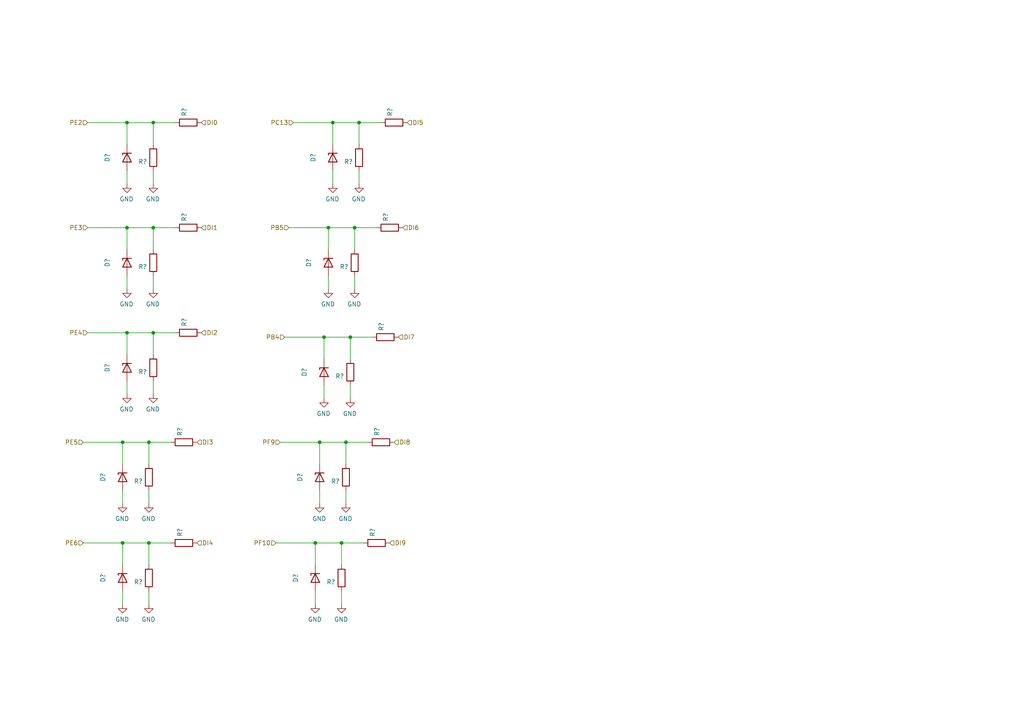
<source format=kicad_sch>
(kicad_sch (version 20211123) (generator eeschema)
  (paper "A4")
  (lib_symbols
    (symbol "DAC-ADC-PWM-IO-rescue:BZX84Cxx-Diode" (pin_numbers hide) (pin_names (offset 1.016) hide)
      (property "Reference" "D" (at 0 2.54 0))
      (property "Value" "BZX84Cxx-Diode" (at 0 -2.54 0))
      (symbol "BZX84Cxx-Diode_0_1"
        (polyline (pts (xy 1.27 0) (xy -1.27 0)))
        (polyline (pts (xy -1.27 -1.27) (xy -1.27 1.27) (xy -0.762 1.27)) (stroke (width 0.254)))
        (polyline (pts (xy 1.27 -1.27) (xy 1.27 1.27) (xy -1.27 0) (xy 1.27 -1.27)) (stroke (width 0.254)))
      )
      (symbol "BZX84Cxx-Diode_1_1"
        (pin passive line (at -3.81 0 0) (length 2.54) (name "K") (number "1"))
        (pin passive line (at 3.81 0 180) (length 2.54) (name "A") (number "2"))
      )
    )
    (symbol "Device:R" (pin_numbers hide) (pin_names (offset 0))
      (property "Reference" "R" (at 2.032 0 90))
      (property "Value" "R" (at 0 0 90))
      (symbol "R_0_1"
        (rectangle (start -1.016 -2.54) (end 1.016 2.54) (stroke (width 0.254)))
      )
      (symbol "R_1_1"
        (pin passive line (at 0 3.81 270) (length 1.27) (name "~") (number "1"))
        (pin passive line (at 0 -3.81 90) (length 1.27) (name "~") (number "2"))
      )
    )
    (symbol "power:GND" (power) (pin_names (offset 0))
      (property "Value" "GND" (at 0 -3.81 0))
      (symbol "GND_0_1"
        (polyline (pts (xy 0 0) (xy 0 -1.27) (xy 1.27 -1.27) (xy 0 -2.54) (xy -1.27 -1.27) (xy 0 -1.27)))
      )
      (symbol "GND_1_1"
        (pin power_in line (at 0 0 270) (length 0) hide (name "GND") (number "1"))
      )
    )
  )
  (junction (at 99.06 157.48))
  (junction (at 93.98 97.79))
  (junction (at 36.83 66.04))
  (junction (at 36.83 96.52))
  (junction (at 95.25 66.04))
  (junction (at 44.45 96.52))
  (junction (at 101.6 97.79))
  (junction (at 104.14 35.56))
  (junction (at 44.45 35.56))
  (junction (at 91.44 157.48))
  (junction (at 96.52 35.56))
  (junction (at 102.87 66.04))
  (junction (at 36.83 35.56))
  (junction (at 92.71 128.27))
  (junction (at 35.56 157.48))
  (junction (at 43.18 128.27))
  (junction (at 44.45 66.04))
  (junction (at 100.33 128.27))
  (junction (at 43.18 157.48))
  (junction (at 35.56 128.27))
  (wire (pts (xy 35.56 146.05) (xy 35.56 142.24)))
  (wire (pts (xy 102.87 72.39) (xy 102.87 66.04)))
  (wire (pts (xy 35.56 175.26) (xy 35.56 171.45)))
  (wire (pts (xy 101.6 104.14) (xy 101.6 97.79)))
  (wire (pts (xy 44.45 49.53) (xy 44.45 53.34)))
  (wire (pts (xy 99.06 157.48) (xy 91.44 157.48)))
  (wire (pts (xy 43.18 142.24) (xy 43.18 146.05)))
  (wire (pts (xy 106.68 128.27) (xy 100.33 128.27)))
  (wire (pts (xy 50.8 35.56) (xy 44.45 35.56)))
  (wire (pts (xy 99.06 163.83) (xy 99.06 157.48)))
  (wire (pts (xy 50.8 66.04) (xy 44.45 66.04)))
  (wire (pts (xy 93.98 115.57) (xy 93.98 111.76)))
  (wire (pts (xy 49.53 157.48) (xy 43.18 157.48)))
  (wire (pts (xy 96.52 53.34) (xy 96.52 49.53)))
  (wire (pts (xy 93.98 97.79) (xy 82.55 97.79)))
  (wire (pts (xy 95.25 83.82) (xy 95.25 80.01)))
  (wire (pts (xy 36.83 83.82) (xy 36.83 80.01)))
  (wire (pts (xy 95.25 66.04) (xy 83.82 66.04)))
  (wire (pts (xy 43.18 128.27) (xy 35.56 128.27)))
  (wire (pts (xy 36.83 96.52) (xy 36.83 102.87)))
  (wire (pts (xy 93.98 97.79) (xy 93.98 104.14)))
  (wire (pts (xy 96.52 35.56) (xy 96.52 41.91)))
  (wire (pts (xy 44.45 110.49) (xy 44.45 114.3)))
  (wire (pts (xy 101.6 111.76) (xy 101.6 115.57)))
  (wire (pts (xy 36.83 53.34) (xy 36.83 49.53)))
  (wire (pts (xy 43.18 163.83) (xy 43.18 157.48)))
  (wire (pts (xy 36.83 35.56) (xy 36.83 41.91)))
  (wire (pts (xy 44.45 35.56) (xy 36.83 35.56)))
  (wire (pts (xy 44.45 80.01) (xy 44.45 83.82)))
  (wire (pts (xy 104.14 41.91) (xy 104.14 35.56)))
  (wire (pts (xy 101.6 97.79) (xy 93.98 97.79)))
  (wire (pts (xy 92.71 146.05) (xy 92.71 142.24)))
  (wire (pts (xy 100.33 134.62) (xy 100.33 128.27)))
  (wire (pts (xy 44.45 72.39) (xy 44.45 66.04)))
  (wire (pts (xy 35.56 157.48) (xy 24.13 157.48)))
  (wire (pts (xy 43.18 171.45) (xy 43.18 175.26)))
  (wire (pts (xy 44.45 102.87) (xy 44.45 96.52)))
  (wire (pts (xy 35.56 128.27) (xy 24.13 128.27)))
  (wire (pts (xy 50.8 96.52) (xy 44.45 96.52)))
  (wire (pts (xy 35.56 128.27) (xy 35.56 134.62)))
  (wire (pts (xy 100.33 128.27) (xy 92.71 128.27)))
  (wire (pts (xy 36.83 96.52) (xy 25.4 96.52)))
  (wire (pts (xy 44.45 41.91) (xy 44.45 35.56)))
  (wire (pts (xy 91.44 157.48) (xy 91.44 163.83)))
  (wire (pts (xy 44.45 66.04) (xy 36.83 66.04)))
  (wire (pts (xy 109.22 66.04) (xy 102.87 66.04)))
  (wire (pts (xy 91.44 157.48) (xy 80.01 157.48)))
  (wire (pts (xy 102.87 66.04) (xy 95.25 66.04)))
  (wire (pts (xy 92.71 128.27) (xy 92.71 134.62)))
  (wire (pts (xy 110.49 35.56) (xy 104.14 35.56)))
  (wire (pts (xy 104.14 35.56) (xy 96.52 35.56)))
  (wire (pts (xy 92.71 128.27) (xy 81.28 128.27)))
  (wire (pts (xy 91.44 175.26) (xy 91.44 171.45)))
  (wire (pts (xy 43.18 134.62) (xy 43.18 128.27)))
  (wire (pts (xy 102.87 80.01) (xy 102.87 83.82)))
  (wire (pts (xy 44.45 96.52) (xy 36.83 96.52)))
  (wire (pts (xy 105.41 157.48) (xy 99.06 157.48)))
  (wire (pts (xy 35.56 157.48) (xy 35.56 163.83)))
  (wire (pts (xy 104.14 49.53) (xy 104.14 53.34)))
  (wire (pts (xy 36.83 114.3) (xy 36.83 110.49)))
  (wire (pts (xy 100.33 142.24) (xy 100.33 146.05)))
  (wire (pts (xy 36.83 35.56) (xy 25.4 35.56)))
  (wire (pts (xy 36.83 66.04) (xy 36.83 72.39)))
  (wire (pts (xy 49.53 128.27) (xy 43.18 128.27)))
  (wire (pts (xy 96.52 35.56) (xy 85.09 35.56)))
  (wire (pts (xy 36.83 66.04) (xy 25.4 66.04)))
  (wire (pts (xy 107.95 97.79) (xy 101.6 97.79)))
  (wire (pts (xy 95.25 66.04) (xy 95.25 72.39)))
  (wire (pts (xy 43.18 157.48) (xy 35.56 157.48)))
  (wire (pts (xy 99.06 171.45) (xy 99.06 175.26)))
  (hierarchical_label "PF9" (shape input) (at 81.28 128.27 180))
  (hierarchical_label "PB4" (shape input) (at 82.55 97.79 180))
  (hierarchical_label "DI1" (shape input) (at 58.42 66.04 0))
  (hierarchical_label "PC13" (shape input) (at 85.09 35.56 180))
  (hierarchical_label "DI9" (shape input) (at 113.03 157.48 0))
  (hierarchical_label "DI8" (shape input) (at 114.3 128.27 0))
  (hierarchical_label "DI2" (shape input) (at 58.42 96.52 0))
  (hierarchical_label "DI7" (shape input) (at 115.57 97.79 0))
  (hierarchical_label "DI5" (shape input) (at 118.11 35.56 0))
  (hierarchical_label "PF10" (shape input) (at 80.01 157.48 180))
  (hierarchical_label "PE3" (shape input) (at 25.4 66.04 180))
  (hierarchical_label "PE2" (shape input) (at 25.4 35.56 180))
  (hierarchical_label "PE5" (shape input) (at 24.13 128.27 180))
  (hierarchical_label "DI0" (shape input) (at 58.42 35.56 0))
  (hierarchical_label "PB5" (shape input) (at 83.82 66.04 180))
  (hierarchical_label "PE6" (shape input) (at 24.13 157.48 180))
  (hierarchical_label "PE4" (shape input) (at 25.4 96.52 180))
  (hierarchical_label "DI3" (shape input) (at 57.15 128.27 0))
  (hierarchical_label "DI4" (shape input) (at 57.15 157.48 0))
  (hierarchical_label "DI6" (shape input) (at 116.84 66.04 0))
  (symbol (lib_id "Device:R") (at 54.61 35.56 90) (unit 1)
    (property "Reference" "R?" (at 53.4416 33.782 0) (effects (justify left)))
    (property "Datasheet" "791-WR06X103JTL" (effects hide))
    (property "LCSC" "C25804" (effects hide))
    (property "Comment" "Mouser" (effects hide))
  )
  (symbol (lib_id "power:GND") (at 36.83 53.34 0) (mirror y) (unit 1)
    (property "Reference" "#PWR?" (effects hide))
  )
  (symbol (lib_id "DAC-ADC-PWM-IO-rescue:BZX84Cxx-Diode") (at 36.83 45.72 90) (mirror x) (unit 1)
    (property "Reference" "D?" (at 31.115 45.72 0))
    (property "Datasheet" "863-BZX84C3V6LT1G" (effects hide))
    (property "LCSC" "C118564" (effects hide))
    (property "Comment" "Köp in lite" (effects hide))
  )
  (symbol (lib_id "Device:R") (at 44.45 45.72 180) (unit 1)
    (property "Reference" "R?" (at 42.672 46.8884 0) (effects (justify left)))
    (property "Datasheet" "791-WR06X103JTL" (effects hide))
    (property "LCSC" "C25804" (effects hide))
    (property "Comment" "Mouser" (effects hide))
  )
  (symbol (lib_id "power:GND") (at 44.45 53.34 0) (mirror y) (unit 1)
    (property "Reference" "#PWR?" (effects hide))
  )
  (symbol (lib_id "power:GND") (at 36.83 83.82 0) (mirror y) (unit 1)
    (property "Reference" "#PWR?" (effects hide))
  )
  (symbol (lib_id "DAC-ADC-PWM-IO-rescue:BZX84Cxx-Diode") (at 36.83 76.2 90) (mirror x) (unit 1)
    (property "Reference" "D?" (at 31.115 76.2 0))
    (property "Datasheet" "863-BZX84C3V6LT1G" (effects hide))
    (property "LCSC" "C118564" (effects hide))
    (property "Comment" "Köp in lite" (effects hide))
  )
  (symbol (lib_id "Device:R") (at 44.45 76.2 180) (unit 1)
    (property "Reference" "R?" (at 42.672 77.3684 0) (effects (justify left)))
    (property "Datasheet" "791-WR06X103JTL" (effects hide))
    (property "LCSC" "C25804" (effects hide))
    (property "Comment" "Mouser" (effects hide))
  )
  (symbol (lib_id "power:GND") (at 44.45 83.82 0) (mirror y) (unit 1)
    (property "Reference" "#PWR?" (effects hide))
  )
  (symbol (lib_id "Device:R") (at 54.61 66.04 90) (unit 1)
    (property "Reference" "R?" (at 53.4416 64.262 0) (effects (justify left)))
    (property "Datasheet" "791-WR06X103JTL" (effects hide))
    (property "LCSC" "C25804" (effects hide))
    (property "Comment" "Mouser" (effects hide))
  )
  (symbol (lib_id "power:GND") (at 36.83 114.3 0) (mirror y) (unit 1)
    (property "Reference" "#PWR?" (effects hide))
  )
  (symbol (lib_id "DAC-ADC-PWM-IO-rescue:BZX84Cxx-Diode") (at 36.83 106.68 90) (mirror x) (unit 1)
    (property "Reference" "D?" (at 31.115 106.68 0))
    (property "Datasheet" "863-BZX84C3V6LT1G" (effects hide))
    (property "LCSC" "C118564" (effects hide))
    (property "Comment" "Köp in lite" (effects hide))
  )
  (symbol (lib_id "Device:R") (at 44.45 106.68 180) (unit 1)
    (property "Reference" "R?" (at 42.672 107.8484 0) (effects (justify left)))
    (property "Datasheet" "791-WR06X103JTL" (effects hide))
    (property "LCSC" "C25804" (effects hide))
    (property "Comment" "Mouser" (effects hide))
  )
  (symbol (lib_id "power:GND") (at 44.45 114.3 0) (mirror y) (unit 1)
    (property "Reference" "#PWR?" (effects hide))
  )
  (symbol (lib_id "Device:R") (at 54.61 96.52 90) (unit 1)
    (property "Reference" "R?" (at 53.4416 94.742 0) (effects (justify left)))
    (property "Datasheet" "791-WR06X103JTL" (effects hide))
    (property "LCSC" "C25804" (effects hide))
    (property "Comment" "Mouser" (effects hide))
  )
  (symbol (lib_id "power:GND") (at 35.56 146.05 0) (mirror y) (unit 1)
    (property "Reference" "#PWR?" (effects hide))
  )
  (symbol (lib_id "DAC-ADC-PWM-IO-rescue:BZX84Cxx-Diode") (at 35.56 138.43 90) (mirror x) (unit 1)
    (property "Reference" "D?" (at 29.845 138.43 0))
    (property "Datasheet" "863-BZX84C3V6LT1G" (effects hide))
    (property "LCSC" "C118564" (effects hide))
    (property "Comment" "Köp in lite" (effects hide))
  )
  (symbol (lib_id "Device:R") (at 43.18 138.43 180) (unit 1)
    (property "Reference" "R?" (at 41.402 139.5984 0) (effects (justify left)))
    (property "Datasheet" "791-WR06X103JTL" (effects hide))
    (property "LCSC" "C25804" (effects hide))
    (property "Comment" "Mouser" (effects hide))
  )
  (symbol (lib_id "power:GND") (at 43.18 146.05 0) (mirror y) (unit 1)
    (property "Reference" "#PWR?" (effects hide))
  )
  (symbol (lib_id "Device:R") (at 53.34 128.27 90) (unit 1)
    (property "Reference" "R?" (at 52.1716 126.492 0) (effects (justify left)))
    (property "Datasheet" "791-WR06X103JTL" (effects hide))
    (property "LCSC" "C25804" (effects hide))
    (property "Comment" "Mouser" (effects hide))
  )
  (symbol (lib_id "power:GND") (at 35.56 175.26 0) (mirror y) (unit 1)
    (property "Reference" "#PWR?" (effects hide))
  )
  (symbol (lib_id "DAC-ADC-PWM-IO-rescue:BZX84Cxx-Diode") (at 35.56 167.64 90) (mirror x) (unit 1)
    (property "Reference" "D?" (at 29.845 167.64 0))
    (property "Datasheet" "863-BZX84C3V6LT1G" (effects hide))
    (property "LCSC" "C118564" (effects hide))
    (property "Comment" "Köp in lite" (effects hide))
  )
  (symbol (lib_id "Device:R") (at 43.18 167.64 180) (unit 1)
    (property "Reference" "R?" (at 41.402 168.8084 0) (effects (justify left)))
    (property "Datasheet" "791-WR06X103JTL" (effects hide))
    (property "LCSC" "C25804" (effects hide))
    (property "Comment" "Mouser" (effects hide))
  )
  (symbol (lib_id "power:GND") (at 43.18 175.26 0) (mirror y) (unit 1)
    (property "Reference" "#PWR?" (effects hide))
  )
  (symbol (lib_id "Device:R") (at 53.34 157.48 90) (unit 1)
    (property "Reference" "R?" (at 52.1716 155.702 0) (effects (justify left)))
    (property "Datasheet" "791-WR06X103JTL" (effects hide))
    (property "LCSC" "C25804" (effects hide))
    (property "Comment" "Mouser" (effects hide))
  )
  (symbol (lib_id "power:GND") (at 96.52 53.34 0) (mirror y) (unit 1)
    (property "Reference" "#PWR?" (effects hide))
  )
  (symbol (lib_id "DAC-ADC-PWM-IO-rescue:BZX84Cxx-Diode") (at 96.52 45.72 90) (mirror x) (unit 1)
    (property "Reference" "D?" (at 90.805 45.72 0))
    (property "Datasheet" "863-BZX84C3V6LT1G" (effects hide))
    (property "LCSC" "C118564" (effects hide))
    (property "Comment" "Köp in lite" (effects hide))
  )
  (symbol (lib_id "Device:R") (at 104.14 45.72 180) (unit 1)
    (property "Reference" "R?" (at 102.362 46.8884 0) (effects (justify left)))
    (property "Datasheet" "791-WR06X103JTL" (effects hide))
    (property "LCSC" "C25804" (effects hide))
    (property "Comment" "Mouser" (effects hide))
  )
  (symbol (lib_id "power:GND") (at 104.14 53.34 0) (mirror y) (unit 1)
    (property "Reference" "#PWR?" (effects hide))
  )
  (symbol (lib_id "Device:R") (at 114.3 35.56 90) (unit 1)
    (property "Reference" "R?" (at 113.1316 33.782 0) (effects (justify left)))
    (property "Datasheet" "791-WR06X103JTL" (effects hide))
    (property "LCSC" "C25804" (effects hide))
    (property "Comment" "Mouser" (effects hide))
  )
  (symbol (lib_id "power:GND") (at 95.25 83.82 0) (mirror y) (unit 1)
    (property "Reference" "#PWR?" (effects hide))
  )
  (symbol (lib_id "DAC-ADC-PWM-IO-rescue:BZX84Cxx-Diode") (at 95.25 76.2 90) (mirror x) (unit 1)
    (property "Reference" "D?" (at 89.535 76.2 0))
    (property "Datasheet" "863-BZX84C3V6LT1G" (effects hide))
    (property "LCSC" "C118564" (effects hide))
    (property "Comment" "Köp in lite" (effects hide))
  )
  (symbol (lib_id "Device:R") (at 102.87 76.2 180) (unit 1)
    (property "Reference" "R?" (at 101.092 77.3684 0) (effects (justify left)))
    (property "Datasheet" "791-WR06X103JTL" (effects hide))
    (property "LCSC" "C25804" (effects hide))
    (property "Comment" "Mouser" (effects hide))
  )
  (symbol (lib_id "power:GND") (at 102.87 83.82 0) (mirror y) (unit 1)
    (property "Reference" "#PWR?" (effects hide))
  )
  (symbol (lib_id "Device:R") (at 113.03 66.04 90) (unit 1)
    (property "Reference" "R?" (at 111.8616 64.262 0) (effects (justify left)))
    (property "Datasheet" "791-WR06X103JTL" (effects hide))
    (property "LCSC" "C25804" (effects hide))
    (property "Comment" "Mouser" (effects hide))
  )
  (symbol (lib_id "power:GND") (at 93.98 115.57 0) (mirror y) (unit 1)
    (property "Reference" "#PWR?" (effects hide))
  )
  (symbol (lib_id "DAC-ADC-PWM-IO-rescue:BZX84Cxx-Diode") (at 93.98 107.95 90) (mirror x) (unit 1)
    (property "Reference" "D?" (at 88.265 107.95 0))
    (property "Datasheet" "863-BZX84C3V6LT1G" (effects hide))
    (property "LCSC" "C118564" (effects hide))
    (property "Comment" "Köp in lite" (effects hide))
  )
  (symbol (lib_id "Device:R") (at 101.6 107.95 180) (unit 1)
    (property "Reference" "R?" (at 99.822 109.1184 0) (effects (justify left)))
    (property "Datasheet" "791-WR06X103JTL" (effects hide))
    (property "LCSC" "C25804" (effects hide))
    (property "Comment" "Mouser" (effects hide))
  )
  (symbol (lib_id "power:GND") (at 101.6 115.57 0) (mirror y) (unit 1)
    (property "Reference" "#PWR?" (effects hide))
  )
  (symbol (lib_id "Device:R") (at 111.76 97.79 90) (unit 1)
    (property "Reference" "R?" (at 110.5916 96.012 0) (effects (justify left)))
    (property "Datasheet" "791-WR06X103JTL" (effects hide))
    (property "LCSC" "C25804" (effects hide))
    (property "Comment" "Mouser" (effects hide))
  )
  (symbol (lib_id "power:GND") (at 92.71 146.05 0) (mirror y) (unit 1)
    (property "Reference" "#PWR?" (effects hide))
  )
  (symbol (lib_id "DAC-ADC-PWM-IO-rescue:BZX84Cxx-Diode") (at 92.71 138.43 90) (mirror x) (unit 1)
    (property "Reference" "D?" (at 86.995 138.43 0))
    (property "Datasheet" "863-BZX84C3V6LT1G" (effects hide))
    (property "LCSC" "C118564" (effects hide))
    (property "Comment" "Köp in lite" (effects hide))
  )
  (symbol (lib_id "Device:R") (at 100.33 138.43 180) (unit 1)
    (property "Reference" "R?" (at 98.552 139.5984 0) (effects (justify left)))
    (property "Datasheet" "791-WR06X103JTL" (effects hide))
    (property "LCSC" "C25804" (effects hide))
    (property "Comment" "Mouser" (effects hide))
  )
  (symbol (lib_id "power:GND") (at 100.33 146.05 0) (mirror y) (unit 1)
    (property "Reference" "#PWR?" (effects hide))
  )
  (symbol (lib_id "Device:R") (at 110.49 128.27 90) (unit 1)
    (property "Reference" "R?" (at 109.3216 126.492 0) (effects (justify left)))
    (property "Datasheet" "791-WR06X103JTL" (effects hide))
    (property "LCSC" "C25804" (effects hide))
    (property "Comment" "Mouser" (effects hide))
  )
  (symbol (lib_id "power:GND") (at 91.44 175.26 0) (mirror y) (unit 1)
    (property "Reference" "#PWR?" (effects hide))
  )
  (symbol (lib_id "DAC-ADC-PWM-IO-rescue:BZX84Cxx-Diode") (at 91.44 167.64 90) (mirror x) (unit 1)
    (property "Reference" "D?" (at 85.725 167.64 0))
    (property "Datasheet" "863-BZX84C3V6LT1G" (effects hide))
    (property "LCSC" "C118564" (effects hide))
    (property "Comment" "Köp in lite" (effects hide))
  )
  (symbol (lib_id "Device:R") (at 99.06 167.64 180) (unit 1)
    (property "Reference" "R?" (at 97.282 168.8084 0) (effects (justify left)))
    (property "Datasheet" "791-WR06X103JTL" (effects hide))
    (property "LCSC" "C25804" (effects hide))
    (property "Comment" "Mouser" (effects hide))
  )
  (symbol (lib_id "power:GND") (at 99.06 175.26 0) (mirror y) (unit 1)
    (property "Reference" "#PWR?" (effects hide))
  )
  (symbol (lib_id "Device:R") (at 109.22 157.48 90) (unit 1)
    (property "Reference" "R?" (at 108.0516 155.702 0) (effects (justify left)))
    (property "Datasheet" "791-WR06X103JTL" (effects hide))
    (property "LCSC" "C25804" (effects hide))
    (property "Comment" "Mouser" (effects hide))
  )
)
</source>
